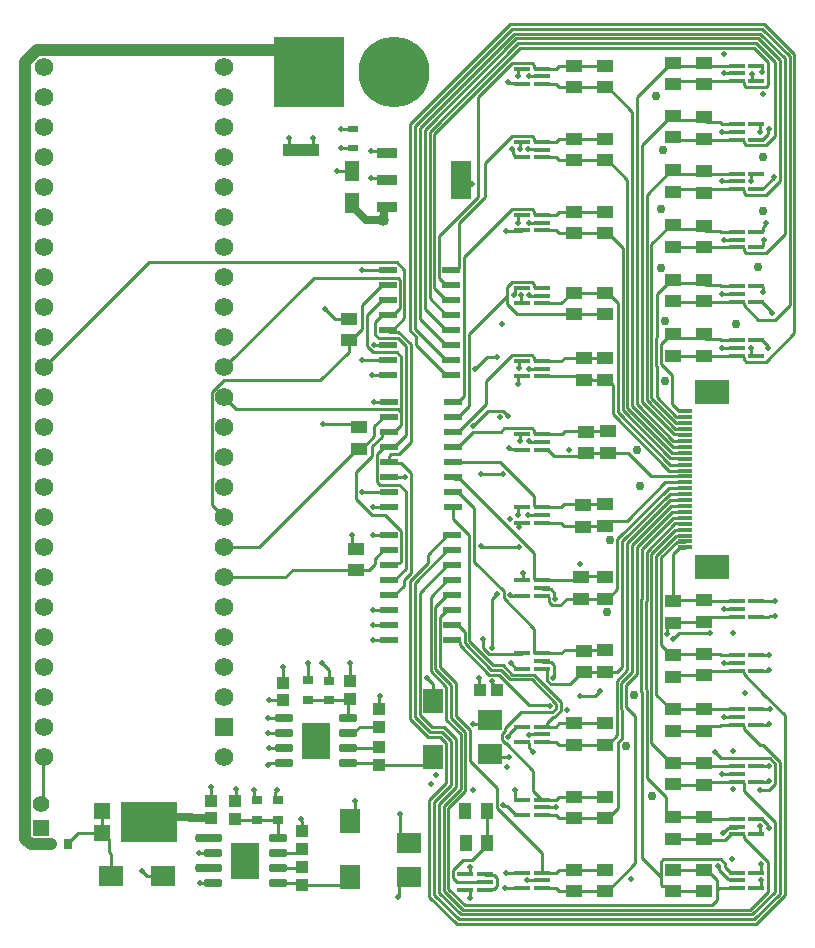
<source format=gbr>
G04*
G04 #@! TF.GenerationSoftware,Altium Limited,Altium Designer,23.5.1 (21)*
G04*
G04 Layer_Physical_Order=1*
G04 Layer_Color=255*
%FSLAX25Y25*%
%MOIN*%
G70*
G04*
G04 #@! TF.SameCoordinates,62E66B6F-0332-4FDC-AC1A-6E2C05ECB38F*
G04*
G04*
G04 #@! TF.FilePolarity,Positive*
G04*
G01*
G75*
%ADD13C,0.01000*%
%ADD16R,0.05800X0.04400*%
%ADD17R,0.05764X0.01624*%
%ADD18R,0.04921X0.01181*%
%ADD19R,0.11811X0.07874*%
%ADD20R,0.04400X0.05800*%
%ADD21R,0.05906X0.02362*%
G04:AMPARAMS|DCode=22|XSize=94.49mil|YSize=122.05mil|CornerRadius=1.89mil|HoleSize=0mil|Usage=FLASHONLY|Rotation=180.000|XOffset=0mil|YOffset=0mil|HoleType=Round|Shape=RoundedRectangle|*
%AMROUNDEDRECTD22*
21,1,0.09449,0.11827,0,0,180.0*
21,1,0.09071,0.12205,0,0,180.0*
1,1,0.00378,-0.04535,0.05913*
1,1,0.00378,0.04535,0.05913*
1,1,0.00378,0.04535,-0.05913*
1,1,0.00378,-0.04535,-0.05913*
%
%ADD22ROUNDEDRECTD22*%
G04:AMPARAMS|DCode=23|XSize=23.62mil|YSize=57.09mil|CornerRadius=2.01mil|HoleSize=0mil|Usage=FLASHONLY|Rotation=270.000|XOffset=0mil|YOffset=0mil|HoleType=Round|Shape=RoundedRectangle|*
%AMROUNDEDRECTD23*
21,1,0.02362,0.05307,0,0,270.0*
21,1,0.01961,0.05709,0,0,270.0*
1,1,0.00402,-0.02653,-0.00980*
1,1,0.00402,-0.02653,0.00980*
1,1,0.00402,0.02653,0.00980*
1,1,0.00402,0.02653,-0.00980*
%
%ADD23ROUNDEDRECTD23*%
%ADD24R,0.03543X0.02756*%
%ADD25R,0.03937X0.03937*%
%ADD26R,0.06693X0.08465*%
%ADD27R,0.06890X0.03740*%
%ADD28R,0.06890X0.12598*%
%ADD29R,0.02559X0.03543*%
%ADD30R,0.05512X0.05472*%
%ADD31R,0.19134X0.13228*%
%ADD32R,0.08268X0.07087*%
%ADD33R,0.05118X0.06693*%
%ADD34R,0.03701X0.02126*%
%ADD35R,0.03937X0.03937*%
%ADD36R,0.07890X0.06510*%
%ADD52C,0.06181*%
%ADD53R,0.06181X0.06181*%
%ADD54C,0.05472*%
%ADD55R,0.05472X0.05472*%
%ADD58C,0.02500*%
%ADD59C,0.04000*%
%ADD60C,0.23622*%
%ADD61R,0.23622X0.23622*%
%ADD62C,0.03000*%
%ADD63C,0.02000*%
%ADD64C,0.04000*%
D13*
X534100Y635518D02*
Y650100D01*
X533900Y635318D02*
X534100Y635518D01*
Y650100D02*
X538800Y654800D01*
X533900Y626082D02*
Y635318D01*
X510500Y597082D02*
X518000D01*
X524418D01*
X532064Y589435D02*
X542500D01*
X524418Y597082D02*
X532064Y589435D01*
X521185Y500463D02*
X522600Y501878D01*
X521185Y478748D02*
Y500463D01*
X522329Y511566D02*
Y520401D01*
Y511566D02*
X522600Y511295D01*
X522329Y520401D02*
X525759Y523832D01*
X517700Y475264D02*
X521185Y478748D01*
X522600Y501878D02*
Y511295D01*
X517700Y450900D02*
X527000Y460200D01*
X523929Y512229D02*
X527000Y509157D01*
Y460200D02*
Y509157D01*
X532300Y563468D02*
X540182Y571350D01*
X529100Y564939D02*
X539539Y575378D01*
X530729Y488616D02*
Y518042D01*
Y488616D02*
X537100Y482244D01*
X530700Y564131D02*
X540256Y573687D01*
X532329Y500171D02*
Y523488D01*
X529129Y461871D02*
Y517282D01*
Y461871D02*
X535500Y455500D01*
X532329Y500171D02*
X538800Y493700D01*
X532159Y523658D02*
Y546975D01*
X533759Y546312D02*
X533900Y546453D01*
X533759Y530798D02*
Y546312D01*
X532159Y546975D02*
X532300Y547115D01*
X529100Y548441D02*
Y564939D01*
X523929Y512229D02*
Y519738D01*
X520729Y521064D02*
X524159Y524495D01*
X530700Y547778D02*
Y564131D01*
X520729Y510903D02*
Y521064D01*
X521000Y502927D02*
Y510632D01*
X527359Y523169D02*
Y548963D01*
X506500Y475264D02*
X517700D01*
X501626D02*
X506500D01*
X501626Y450900D02*
X506500D01*
X520729Y510903D02*
X521000Y510632D01*
X524159Y524495D02*
Y550288D01*
X532300Y547115D02*
Y563468D01*
X528959Y517452D02*
Y548300D01*
X530559Y547637D02*
X530700Y547778D01*
X532159Y523658D02*
X532329Y523488D01*
X530559Y518211D02*
X530729Y518042D01*
X533900Y562806D02*
X540477Y569382D01*
X506500Y499627D02*
X517700D01*
X530559Y518211D02*
Y547637D01*
X525759Y523832D02*
Y549626D01*
X506500Y450900D02*
X517700D01*
X533929Y516471D02*
X538800Y511600D01*
X533900Y546453D02*
Y562806D01*
X523929Y519738D02*
X527359Y523169D01*
X517700Y499627D02*
X521000Y502927D01*
X501626Y499627D02*
X506500D01*
X528959Y548300D02*
X529100Y548441D01*
X533929Y516471D02*
Y530629D01*
X528959Y517452D02*
X529129Y517282D01*
X533759Y530798D02*
X533929Y530629D01*
X535500Y626744D02*
X539300Y622944D01*
Y613141D02*
X541539Y610902D01*
X539300Y613141D02*
Y622944D01*
X534100Y615604D02*
X540584Y609120D01*
X533900Y626082D02*
X534100Y625882D01*
Y615604D02*
Y625882D01*
X556000Y704000D02*
X560771D01*
X555765Y706559D02*
X560771D01*
X555024Y707300D02*
X555765Y706559D01*
X563153Y504847D02*
Y506070D01*
Y504847D02*
X568380Y499620D01*
X569612D01*
X562841Y506382D02*
X563153Y506070D01*
X569612Y499620D02*
X575200Y494033D01*
Y450137D02*
Y494033D01*
X555536Y506382D02*
X562841D01*
X554062Y448062D02*
Y451062D01*
X552400Y446400D02*
X554062Y448062D01*
X470063Y446400D02*
X552400D01*
X554941Y451941D02*
X560771D01*
X554062Y451062D02*
X554941Y451941D01*
X554062Y451062D02*
Y454738D01*
X535500Y452844D02*
Y455500D01*
Y460756D01*
X448500Y469427D02*
Y476500D01*
Y469427D02*
X450810Y467117D01*
X423000Y606500D02*
X434100D01*
X435000Y605600D01*
X448793Y560767D02*
Y571137D01*
X444740Y559500D02*
X445421Y560181D01*
X448207D02*
X448793Y560767D01*
X445421Y560181D02*
X448207D01*
X445107Y593763D02*
X448737D01*
X452200Y556997D02*
Y590300D01*
X444870Y594000D02*
X445107Y593763D01*
X448737D02*
X452200Y590300D01*
X439217Y595962D02*
Y599217D01*
X442417Y603319D02*
X443098Y604000D01*
X442417Y602417D02*
Y603319D01*
X439217Y599217D02*
X442417Y602417D01*
X443098Y604000D02*
X446642D01*
X437500Y632530D02*
Y642902D01*
X442598Y648000D01*
X437500Y632530D02*
X439397Y630633D01*
X432200Y634500D02*
X435900Y638200D01*
Y646302D01*
X442598Y653000D01*
X440317Y636363D02*
Y640719D01*
X442598Y643000D01*
X440317Y636363D02*
X441399Y635281D01*
X330000Y625500D02*
X365000Y660500D01*
X447560D02*
X450023Y658037D01*
X365000Y660500D02*
X447560D01*
X567181Y464789D02*
X571210Y460759D01*
X563153Y468708D02*
X567072Y464789D01*
X569000Y457371D02*
Y460000D01*
X567072Y464789D02*
X567181D01*
X568688Y457059D02*
X569000Y457371D01*
X567229Y457059D02*
X568688D01*
X563153Y468708D02*
Y469570D01*
X571210Y450673D02*
Y460759D01*
X489242Y457029D02*
X489271Y457059D01*
X484029Y457029D02*
X489242D01*
X484000Y457000D02*
X484029Y457029D01*
X483792Y500208D02*
X493000Y491000D01*
Y484151D02*
X495729Y481423D01*
X493000Y484151D02*
Y491000D01*
X495729Y481423D02*
X500585D01*
X483545Y504393D02*
Y505310D01*
X488736Y510500D01*
X482436Y503284D02*
X483545Y504393D01*
X484728Y502499D02*
Y503312D01*
X482437Y501439D02*
Y501563D01*
Y501439D02*
X483667Y500208D01*
X483792D01*
X482436Y501564D02*
Y503284D01*
Y501564D02*
X482437Y501563D01*
X484537Y502308D02*
X484728Y502499D01*
X489271Y500668D02*
X491341D01*
X491653Y500356D01*
Y498735D02*
Y500356D01*
X492809Y497309D02*
Y497579D01*
X491653Y498735D02*
X492809Y497579D01*
X478500Y496500D02*
X479500Y495500D01*
X485000D01*
X476193Y565500D02*
X487729D01*
X487962Y565733D02*
X488233D01*
X475392Y566030D02*
X475663D01*
X476193Y565500D01*
X487729D02*
X487962Y565733D01*
X466811Y588319D02*
X468681D01*
X466130Y589000D02*
X466811Y588319D01*
X493347Y554825D02*
Y563653D01*
X468681Y588319D02*
X493347Y563653D01*
X512400Y621445D02*
X517700D01*
X539096Y597032D02*
X543500D01*
X540584Y609120D02*
X542000D01*
X519400Y609939D02*
X538213Y591126D01*
X530700Y614479D02*
Y683100D01*
X527500Y613153D02*
X539594Y601060D01*
X532300Y666500D02*
X538800Y673000D01*
X519400Y609939D02*
Y619745D01*
X540541Y726059D02*
X560771D01*
X530700Y614479D02*
X540182Y604997D01*
X505800Y650409D02*
X517700D01*
X529100Y699700D02*
X538800Y709400D01*
X525900Y612491D02*
Y710700D01*
X501626Y718900D02*
X517700D01*
X524300Y611828D02*
Y687936D01*
X540182Y604997D02*
X543409D01*
X539391Y599000D02*
X543500D01*
X538507Y593095D02*
X543500D01*
X501626Y670173D02*
X517700D01*
X522700Y611165D02*
Y665173D01*
X530700Y683100D02*
X538800Y691200D01*
X538213Y591126D02*
X543500D01*
X521100Y610502D02*
Y647009D01*
X525900Y612491D02*
X539391Y599000D01*
X501626Y694536D02*
X517700D01*
X543409Y601060D02*
X543500Y600969D01*
X524300Y611828D02*
X539096Y597032D01*
X538523Y595341D02*
X542000D01*
X532300Y615141D02*
X540477Y606964D01*
X522700Y611165D02*
X538523Y595341D01*
X527500Y613153D02*
Y715800D01*
X540641Y690059D02*
X560771D01*
X529100Y613816D02*
X539701Y603215D01*
X543409Y604997D02*
X543500Y604906D01*
X543409Y606964D02*
X543500Y606874D01*
X539594Y601060D02*
X543409D01*
X527500Y715800D02*
X538800Y727100D01*
X521100Y610502D02*
X538507Y593095D01*
X540477Y606964D02*
X543409D01*
X532300Y615141D02*
Y666500D01*
X529100Y613816D02*
Y699700D01*
X539701Y603215D02*
X542500D01*
X384276Y476500D02*
X385500Y475276D01*
X556000Y490000D02*
X560771D01*
X553550Y497262D02*
X555592Y495220D01*
X550000Y486400D02*
X551041Y487441D01*
X562841D01*
X556059Y470191D02*
Y470419D01*
X557769Y472129D01*
X424900Y521100D02*
Y524600D01*
X422500Y527000D02*
X424900Y524600D01*
X435850Y658000D02*
X444370D01*
X567229Y670618D02*
X569299D01*
X569611Y670930D01*
Y672340D01*
X570500Y673229D01*
Y673500D01*
X567229Y665500D02*
X569299D01*
X569611Y665812D01*
X570000Y667729D02*
Y668000D01*
X569611Y665812D02*
Y667340D01*
X570000Y667729D01*
X567229Y706559D02*
X568188D01*
X568500Y706247D01*
Y704000D02*
Y706247D01*
X485509Y527139D02*
X485701Y526948D01*
X479150Y548150D02*
X481000Y550000D01*
X471653Y534265D02*
X479581Y526337D01*
X468453Y532939D02*
Y533819D01*
X478280Y529900D02*
X489021D01*
X470053Y533602D02*
Y537219D01*
X479581Y526337D02*
X482717D01*
X470053Y533602D02*
X478918Y524737D01*
X468453Y532939D02*
X478255Y523137D01*
X481391D01*
X471653Y534265D02*
Y569537D01*
X476055Y532125D02*
Y534845D01*
Y532125D02*
X478280Y529900D01*
X478918Y524737D02*
X482054D01*
X495729Y505786D02*
X500585D01*
X487000Y481735D02*
Y484500D01*
X487312Y481423D02*
X489271D01*
X487000Y481735D02*
X487312Y481423D01*
X495797Y478932D02*
X500432D01*
X500500Y479000D01*
X495729Y478864D02*
X495797Y478932D01*
X483000Y479500D02*
X483191Y479309D01*
X484197D02*
X487201Y476305D01*
X480800Y478730D02*
X495729Y463801D01*
X480800Y478730D02*
Y485444D01*
X483191Y479309D02*
X484197D01*
X495729Y457059D02*
Y463801D01*
X554500Y459384D02*
X554691Y459193D01*
X556880Y458881D02*
Y459974D01*
X535500Y460756D02*
X536228Y461484D01*
X554691Y457890D02*
Y459193D01*
X557769Y454812D02*
X560459D01*
X555370Y461484D02*
X556880Y459974D01*
X554691Y457890D02*
X557769Y454812D01*
X560459D02*
X560771Y454500D01*
X536228Y461484D02*
X555370D01*
X556880Y458881D02*
X558701Y457059D01*
X568812Y452253D02*
Y454647D01*
X567229Y451941D02*
X568500D01*
X568812Y452253D01*
X565337Y444800D02*
X571210Y450673D01*
X525759Y549626D02*
X525800Y549666D01*
X436000Y584000D02*
X444870D01*
X433900Y581630D02*
X439147Y576383D01*
X433900Y581630D02*
Y590644D01*
X439217Y595962D01*
X432500Y566600D02*
Y569500D01*
Y566600D02*
X434000Y565100D01*
X436000Y628000D02*
X444370D01*
X439350Y623000D02*
X444370D01*
X541550Y536868D02*
X551966D01*
X539500Y535000D02*
X539681D01*
X556400Y527000D02*
X560771D01*
X487987Y733550D02*
X567250D01*
X485999Y738350D02*
X569238D01*
X569901Y739950D02*
X580000Y729851D01*
X485336Y739950D02*
X569901D01*
X567913Y735150D02*
X575200Y727863D01*
X567250Y733550D02*
X573600Y727200D01*
X569238Y738350D02*
X578400Y729188D01*
X486662Y736750D02*
X568575D01*
X488650Y731950D02*
X566587D01*
X487325Y735150D02*
X567913D01*
X455177Y705265D02*
X486662Y736750D01*
X566587Y731950D02*
X571210Y727327D01*
X568575Y736750D02*
X576800Y728525D01*
X453577Y705928D02*
X485999Y738350D01*
X451977Y706591D02*
X485336Y739950D01*
X456777Y704602D02*
X487325Y735150D01*
X458377Y703940D02*
X487987Y733550D01*
X459977Y703277D02*
X488650Y731950D01*
X540259Y701441D02*
X562841D01*
X539800Y665500D02*
X562841D01*
X539518Y629382D02*
X562841D01*
X539659Y647441D02*
X562841D01*
X540541Y720941D02*
X562841D01*
X540441Y684941D02*
X562841D01*
X489243Y451970D02*
X489271Y451941D01*
X491653Y503181D02*
X495683D01*
X491607Y503135D02*
X491653Y503181D01*
X495683D02*
X495729Y503227D01*
X535500Y626744D02*
Y633300D01*
X541539Y565445D02*
X543409D01*
X404962Y503500D02*
X409772D01*
X539681Y535000D02*
X541550Y536868D01*
X477567Y628967D02*
X480924D01*
X555174Y653000D02*
X555615Y652559D01*
X329500Y495000D02*
X330000Y495500D01*
X329000Y480000D02*
X329500Y480500D01*
Y495000D01*
X455177Y641681D02*
Y705265D01*
X453723Y633135D02*
Y635873D01*
X459977Y651881D02*
Y703277D01*
X563891Y683029D02*
X570566D01*
X563153Y628208D02*
X563891Y627470D01*
X563153Y646267D02*
X568020Y641400D01*
X573370D01*
X580000Y636904D02*
Y729851D01*
X453577Y638281D02*
Y705928D01*
X451977Y637618D02*
X453723Y635873D01*
X453577Y638281D02*
X463858Y628000D01*
X458377Y648481D02*
Y703940D01*
X451977Y637618D02*
Y706591D01*
X569299Y684941D02*
X573100Y688742D01*
X570566Y663588D02*
X576800Y669822D01*
Y728525D01*
X570566Y699529D02*
X573600Y702563D01*
X573100Y688742D02*
Y688894D01*
X575200Y687663D02*
Y727863D01*
X571309Y704762D02*
X571500Y704954D01*
X569299Y701441D02*
X571309Y703451D01*
Y704762D01*
X578400Y646430D02*
Y729188D01*
X573600Y702563D02*
Y727200D01*
X563153Y719767D02*
X563891Y719029D01*
X570566D02*
X571210Y719673D01*
X568798Y726059D02*
X569110Y725747D01*
X563153Y719767D02*
Y720629D01*
X563891Y719029D02*
X570566D01*
X569110Y724000D02*
Y725747D01*
X571210Y719673D02*
Y727327D01*
X464228Y569500D02*
X466000D01*
X563153Y523267D02*
X569952Y516468D01*
X451854Y508435D02*
X457826Y502463D01*
X517700Y650409D02*
X521100Y647009D01*
X555362Y542376D02*
X555427Y542441D01*
X502335Y530150D02*
X503376Y531191D01*
X501626Y482464D02*
X517000D01*
X492450Y521520D02*
X500500Y513470D01*
Y511730D02*
Y513470D01*
X482717Y526337D02*
X485934Y523120D01*
X497594Y507098D02*
X499396Y508900D01*
X508500Y516000D02*
X513464D01*
X515029Y517565D02*
X515300D01*
X493113Y523120D02*
X502100Y514133D01*
Y511067D02*
Y514133D01*
X539435Y540676D02*
X550000D01*
X537459Y538700D02*
X539435Y540676D01*
X495729Y476305D02*
X500585D01*
X524200Y550329D02*
Y566827D01*
X525800Y566164D02*
X538951Y579315D01*
X524159Y550288D02*
X524200Y550329D01*
X535744Y452600D02*
X537800D01*
X500585Y451941D02*
X501626Y450900D01*
X527400Y565501D02*
X539246Y577347D01*
X537459Y536611D02*
Y538700D01*
X535359Y533041D02*
X538800Y529600D01*
X535359Y533041D02*
Y544293D01*
X535500Y544434D01*
X538800Y529600D02*
X539500D01*
X535500Y544434D02*
Y562143D01*
X540771Y567414D01*
X498814Y519900D02*
X505300D01*
X501626Y506827D02*
X517000D01*
X497584Y521130D02*
Y524720D01*
X495729Y525032D02*
X497272D01*
X497584Y524720D01*
X499684Y522000D02*
X499711Y522027D01*
Y526299D01*
X497584Y521130D02*
X498814Y519900D01*
X500585Y505786D02*
X501626Y506827D01*
X499933Y508900D02*
X502100Y511067D01*
X497594Y506098D02*
Y507098D01*
X488736Y510500D02*
X499270D01*
X505300Y519900D02*
X509300Y523900D01*
X485271Y521520D02*
X492450D01*
X481391Y523137D02*
X491528Y513000D01*
X550000Y540676D02*
X551700Y542376D01*
X555427Y542441D02*
X560771D01*
X479394Y519468D02*
Y520459D01*
X467772Y534500D02*
X468453Y533819D01*
X551700Y542376D02*
X555362D01*
X500585Y481423D02*
X501626Y482464D01*
X479086Y520766D02*
X479394Y520459D01*
X491528Y513000D02*
X497729D01*
X479394Y519468D02*
X480862Y518000D01*
X466000Y534500D02*
X467772D01*
X479086Y520766D02*
Y521037D01*
X497282Y505786D02*
X497594Y506098D01*
X556500Y723500D02*
X560771D01*
X567229Y701441D02*
X569299D01*
X563891Y699529D02*
X570566D01*
X567229Y652559D02*
X569088D01*
X569400Y650500D02*
Y652247D01*
X569088Y652559D02*
X569400Y652247D01*
X456777Y645081D02*
Y704602D01*
X570566Y627470D02*
X580000Y636904D01*
X563891Y663588D02*
X570566D01*
X567229Y647441D02*
X569299D01*
X572309Y643691D02*
X572500Y643500D01*
X569299Y647441D02*
X572309Y644431D01*
Y643691D02*
Y644431D01*
X571109Y632191D02*
X571300Y632000D01*
X569299Y634500D02*
X571109Y632690D01*
Y632191D02*
Y632690D01*
X565812Y629382D02*
X567229D01*
X565500Y629694D02*
X565812Y629382D01*
X565500Y629694D02*
Y632088D01*
X495729Y527591D02*
X496041Y527279D01*
X498731D01*
X499711Y526299D01*
X483100Y548630D02*
X493347Y538383D01*
X483100Y548630D02*
Y550870D01*
X493659Y530150D02*
X502335D01*
X473292Y560677D02*
Y578609D01*
X522559Y525720D02*
Y550951D01*
X524200Y566827D02*
X538657Y581284D01*
X495729Y500668D02*
X500585D01*
X527400Y549004D02*
Y565501D01*
X538800Y475600D02*
X550000D01*
X520830Y523991D02*
X522559Y525720D01*
X537800Y452600D02*
X539500Y450900D01*
X522600Y550992D02*
Y567490D01*
X522559Y550951D02*
X522600Y550992D01*
Y567490D02*
X538362Y583252D01*
X521000Y551654D02*
Y568152D01*
X504067Y548354D02*
X517700D01*
X527359Y548963D02*
X527400Y549004D01*
X510000Y523991D02*
X520830D01*
X540477Y569382D02*
X543500D01*
X521000Y568152D02*
X538069Y585221D01*
X539500Y529600D02*
X540000Y530100D01*
X556600Y545000D02*
X560771D01*
X499341Y546161D02*
X501873D01*
X504067Y548354D01*
X498110Y547391D02*
X499341Y546161D01*
X500019Y548452D02*
Y550354D01*
Y548452D02*
X500211Y548261D01*
X498110Y547391D02*
Y549084D01*
X498731Y551643D02*
X500019Y550354D01*
X497799Y549396D02*
X498110Y549084D01*
X496041Y551643D02*
X498731D01*
X571415Y547500D02*
X573500D01*
X571500Y542500D02*
X573500D01*
X567258Y547530D02*
X571385D01*
X567258Y542471D02*
X571470D01*
X571385Y547530D02*
X571415Y547500D01*
X571470Y542471D02*
X571500Y542500D01*
X506600Y554514D02*
X506846Y554759D01*
Y555900D02*
X516654D01*
X517000Y555554D01*
X472782Y603880D02*
X482059D01*
X497799Y598123D02*
X500021Y595900D01*
X509318D02*
X510500Y597082D01*
X500021Y595900D02*
X509318D01*
X495729Y598123D02*
X497799D01*
X487201Y476305D02*
X489271D01*
X484728Y503312D02*
X487201Y505786D01*
X488134Y573447D02*
X488446Y573759D01*
X567229Y529559D02*
X567258Y529529D01*
X473600Y625000D02*
X477567Y628967D01*
X480924D02*
X480957Y629000D01*
X479150Y532000D02*
Y548150D01*
X489021Y529900D02*
X489271Y530150D01*
X485701Y526533D02*
X487201Y525032D01*
X485701Y526533D02*
Y526948D01*
X473292Y560677D02*
X483100Y550870D01*
X485200Y549500D02*
X485252Y549448D01*
X489219D01*
X493347Y530462D02*
Y538383D01*
X503376Y531191D02*
X517000D01*
X489219Y549448D02*
X489271Y549396D01*
X473020Y605980D02*
X478000Y610961D01*
X482870D02*
X484575Y609255D01*
X478000Y610961D02*
X482870D01*
X484575Y609220D02*
Y609255D01*
X493659Y603241D02*
X502585D01*
X483331Y605153D02*
X492609D01*
X482059Y603880D02*
X483331Y605153D01*
X477258Y613357D02*
Y620841D01*
X485934Y629516D01*
X467902Y584000D02*
X473292Y578609D01*
X475600Y590000D02*
X483000D01*
X483425Y451999D02*
X483454Y451970D01*
X488134Y572366D02*
Y573447D01*
X484500Y720771D02*
X485018Y720253D01*
X493659Y578877D02*
X502085D01*
X493347Y579189D02*
Y582623D01*
X481970Y594000D02*
X493347Y582623D01*
X466130Y594000D02*
X481970D01*
X506846Y554759D02*
Y555900D01*
X493659Y554514D02*
X506600D01*
X573600Y486630D02*
Y493370D01*
X571470Y484500D02*
X573600Y486630D01*
X576800Y449475D02*
Y509670D01*
X568500Y484500D02*
X571470D01*
X467412Y440000D02*
X567325D01*
X551541Y524441D02*
X562841D01*
X459890Y449785D02*
X468075Y441600D01*
X551700Y506100D02*
X555254D01*
X555592Y495220D02*
X571750D01*
X573600Y493370D01*
X571470Y492529D02*
X571500Y492500D01*
X567229Y492559D02*
X567258Y492529D01*
X571470D01*
X568188Y469882D02*
X568500Y470194D01*
Y472500D01*
X567229Y469882D02*
X568188D01*
X571209Y472029D02*
Y473090D01*
X573500Y450700D02*
Y473978D01*
X569299Y475000D02*
X571209Y473090D01*
Y472029D02*
X571400Y471837D01*
X563153Y484325D02*
X573500Y473978D01*
X469900Y615998D02*
Y662210D01*
X467902Y614000D02*
X469900Y615998D01*
X467902Y609000D02*
X471500Y612598D01*
X484300Y652246D02*
X485934Y653880D01*
X469900Y662210D02*
X485934Y678244D01*
Y629516D02*
X492609D01*
X439500Y579000D02*
X444870D01*
X469000Y688000D02*
X470500Y686500D01*
X472400D01*
X461577Y655281D02*
Y669277D01*
X493659Y725059D02*
X500585D01*
X474500Y715537D02*
X485934Y726971D01*
X461577Y669277D02*
X474500Y682200D01*
X485004Y598504D02*
X485194Y598313D01*
X489081D01*
X489271Y598123D01*
X495655Y600755D02*
X495729Y600682D01*
X491500Y600829D02*
X491573Y600755D01*
X495655D01*
X491523Y625023D02*
X495706D01*
X491500Y625000D02*
X491523Y625023D01*
X567258Y529529D02*
X571470D01*
X476883Y506500D02*
X478500Y508117D01*
X467772Y539500D02*
X470053Y537219D01*
X472000Y456871D02*
Y459000D01*
X470271Y456559D02*
X471688D01*
X472000Y448500D02*
Y451129D01*
X471688Y451441D02*
X472000Y451129D01*
X471688Y456559D02*
X472000Y456871D01*
X470271Y451441D02*
X471688D01*
X488912Y700695D02*
X489271D01*
X488600Y700383D02*
X488912Y700695D01*
X486191Y696587D02*
Y698092D01*
X486000Y698283D02*
X486191Y698092D01*
X488600Y698283D02*
Y700383D01*
X486191Y696587D02*
X487201Y695577D01*
X495729Y722500D02*
X495729Y722500D01*
X491500Y722500D02*
X491500Y722500D01*
X495729D01*
X488312Y725059D02*
X489271D01*
X488000Y722500D02*
Y724747D01*
X488312Y725059D01*
X488446Y573759D02*
X489271D01*
X484462Y671107D02*
X489164D01*
X417500Y526600D02*
X418000Y526100D01*
X468083Y658681D02*
Y673520D01*
X493659Y700695D02*
X500585D01*
X491307Y698210D02*
X495655D01*
X491233Y698283D02*
X491307Y698210D01*
X426800Y641700D02*
X431500D01*
X423500Y645000D02*
X426800Y641700D01*
X566000Y721253D02*
Y723330D01*
X500585Y725059D02*
X501626Y726100D01*
X488959Y720253D02*
X489271Y719941D01*
X492609Y726971D02*
X493347Y726233D01*
X485934Y726971D02*
X492609D01*
X474500Y682200D02*
Y715537D01*
X424900Y521100D02*
X425000Y521000D01*
X483454Y451970D02*
X489243D01*
X485018Y720253D02*
X488959D01*
X432000Y520862D02*
Y527000D01*
X444870Y589000D02*
X450100D01*
X450810Y467117D02*
X451500D01*
X440214Y559974D02*
Y561745D01*
X390000Y555500D02*
X410301D01*
X438140Y557900D02*
X440214Y559974D01*
X412701Y557900D02*
X438140D01*
X400878Y481256D02*
X401000D01*
X400000Y482134D02*
X400878Y481256D01*
X400000Y482134D02*
Y484500D01*
X365000Y474000D02*
X367500Y476500D01*
X567229Y684941D02*
X569299D01*
X459500Y514449D02*
Y520000D01*
X457500Y522000D02*
X459500Y520000D01*
X502585Y603241D02*
X503626Y604282D01*
X517000D01*
X539500Y458100D02*
X550700D01*
X465547Y508721D02*
X470346Y503921D01*
X464689Y451773D02*
X470063Y446400D01*
X550700Y458100D02*
X554062Y454738D01*
X560742Y508970D02*
X560771Y508941D01*
X556530Y508970D02*
X560742D01*
X556500Y509000D02*
X556530Y508970D01*
X555254Y506100D02*
X555536Y506382D01*
X385500Y481000D02*
Y485500D01*
X393500Y480862D02*
X394000Y481362D01*
Y485000D01*
X432000Y474449D02*
X433500Y475949D01*
Y481000D01*
X468747Y484865D02*
Y503258D01*
X566000Y443200D02*
X573500Y450700D01*
X465547Y508721D02*
Y519800D01*
X468737Y443200D02*
X566000D01*
X566663Y441600D02*
X575200Y450137D01*
X458289Y449122D02*
X467412Y440000D01*
X458747Y524336D02*
Y549019D01*
X468075Y441600D02*
X566663D01*
X567325Y440000D02*
X576800Y449475D01*
X463090Y451111D02*
X469400Y444800D01*
X475000Y518138D02*
Y522000D01*
X491000Y454500D02*
X495729D01*
X450810Y455500D02*
X451500D01*
X448055Y452745D02*
X450810Y455500D01*
X448055Y449055D02*
Y452745D01*
X448000Y449000D02*
X448055Y449055D01*
X364028Y456000D02*
X369661D01*
X362528Y457500D02*
X364028Y456000D01*
X362500Y457500D02*
X362528D01*
X381500Y463500D02*
X386272D01*
X382000Y453500D02*
X386272D01*
X416000Y470862D02*
Y474229D01*
X415500Y474729D02*
X416000Y474229D01*
X415500Y474729D02*
Y475000D01*
X407893Y481256D02*
X408000D01*
X407015Y482134D02*
X407893Y481256D01*
X407015Y482134D02*
Y484015D01*
X487201Y505786D02*
X489271D01*
X550000Y522900D02*
X551541Y524441D01*
X473462Y506500D02*
X476883D01*
X571470Y529529D02*
X571500Y529500D01*
X563153Y628208D02*
Y629070D01*
X563891Y627470D02*
X570566D01*
X566312Y720941D02*
X567229D01*
X566000Y721253D02*
X566312Y720941D01*
X467146Y509384D02*
Y520462D01*
X495729Y457059D02*
X500585D01*
X467146Y509384D02*
X471946Y504584D01*
X475000Y518138D02*
X475138Y518000D01*
X558701Y457059D02*
X560771D01*
X441500Y511500D02*
Y515500D01*
X409362Y514500D02*
X409500Y514638D01*
X405000Y514500D02*
X409362D01*
X404500Y508500D02*
X409772D01*
X418000Y521256D02*
Y526100D01*
X405000Y498500D02*
X409772D01*
X405000Y493500D02*
X409772D01*
X409500Y520362D02*
Y525500D01*
X439500Y544500D02*
X444740D01*
X439500Y539500D02*
X444740D01*
X439500Y534500D02*
X444740D01*
X439500Y569500D02*
X444740D01*
X440000Y614000D02*
X444870D01*
X443546Y576383D02*
X448793Y571137D01*
X440000Y633000D02*
X444370D01*
X429000Y705000D02*
X433000D01*
X432900Y698600D02*
X433000Y698701D01*
X429100Y698600D02*
X432900D01*
X429000Y698500D02*
X429100Y698600D01*
X432315Y691000D02*
X432500Y690815D01*
X427500Y691000D02*
X432315D01*
X443752Y697500D02*
X444197Y697055D01*
X439000Y697500D02*
X443752D01*
X443697Y688500D02*
X444197Y688000D01*
X439000Y688500D02*
X443697D01*
X411500Y698000D02*
Y702000D01*
X419500Y698000D02*
Y702000D01*
X487201Y695577D02*
X489271D01*
X495655Y698210D02*
X495729Y698136D01*
X477008Y682446D02*
Y693682D01*
X489164Y671107D02*
X489271Y671214D01*
X488312Y676332D02*
X489271D01*
X488000Y676020D02*
X488312Y676332D01*
X488000Y673626D02*
Y676020D01*
X495655Y673699D02*
X495729Y673773D01*
X491573Y673699D02*
X495655D01*
X491500Y673626D02*
X491573Y673699D01*
X485934Y678244D02*
X492609D01*
X493347Y677505D01*
X493659Y676332D02*
X500585D01*
X487201Y651968D02*
X489271D01*
X486890Y651656D02*
X487201Y651968D01*
X486890Y650260D02*
Y651656D01*
X486400Y649771D02*
X486890Y650260D01*
X486400Y649500D02*
Y649771D01*
X489000Y647121D02*
X489271Y646850D01*
X489000Y647121D02*
Y649500D01*
X495683Y649454D02*
X495729Y649409D01*
X491645Y649454D02*
X495683D01*
X491600Y649500D02*
X491645Y649454D01*
X484300Y649400D02*
Y652246D01*
X487663Y643209D02*
X517000D01*
X484300Y646572D02*
Y652246D01*
X471500Y612598D02*
Y636600D01*
X495706Y625023D02*
X495729Y625045D01*
X488650Y627604D02*
X489271D01*
X488338Y627292D02*
X488650Y627604D01*
X488338Y625334D02*
Y627292D01*
X488312Y622486D02*
X489271D01*
X488000Y622174D02*
X488312Y622486D01*
X488000Y620000D02*
Y622174D01*
X488871Y603241D02*
X489271D01*
X488559Y602929D02*
X488871Y603241D01*
X488559Y600988D02*
Y602929D01*
X488149Y578877D02*
X489271D01*
X487838Y578565D02*
X488149Y578877D01*
X487838Y576334D02*
Y578565D01*
X495655Y576245D02*
X495729Y576318D01*
X491229Y576245D02*
X495655D01*
X491156Y576171D02*
X491229Y576245D01*
X489271Y554514D02*
X489500Y554742D01*
Y557000D01*
X495729Y551955D02*
X496041Y551643D01*
X509300Y523900D02*
X510000D01*
X487201Y525032D02*
X489271D01*
X560459Y472129D02*
X560771Y472441D01*
X557769Y472129D02*
X560459D01*
X550309Y468091D02*
X556928D01*
X550000Y468400D02*
X550309Y468091D01*
X558701Y469882D02*
X560771D01*
X558390Y469570D02*
X558701Y469882D01*
X558390Y469552D02*
Y469570D01*
X556928Y468091D02*
X558390Y469552D01*
X567229Y475000D02*
X569299D01*
X567229Y487441D02*
X567258Y487470D01*
X571470D01*
X571500Y487500D01*
X567229Y506382D02*
X567288Y506441D01*
X571441D01*
X571500Y506500D01*
X567229Y511500D02*
X572000D01*
X461723Y502463D02*
X463946Y500239D01*
X563153Y523267D02*
Y524129D01*
X567229Y524441D02*
X567258Y524471D01*
X571385D01*
X571415Y524500D01*
X457700Y560235D02*
Y562972D01*
X567229Y542441D02*
X567258Y542471D01*
X567229Y547559D02*
X567258Y547530D01*
X560742Y631971D02*
X560771Y631941D01*
X556030Y631971D02*
X560742D01*
X556000Y632000D02*
X556030Y631971D01*
X567229Y634500D02*
X569299D01*
X556000Y650000D02*
X560771D01*
X562841Y647441D02*
X563153Y647129D01*
X560742Y668029D02*
X560771Y668059D01*
X556530Y668029D02*
X560742D01*
X556500Y668000D02*
X556530Y668029D01*
X565812Y690059D02*
X567229D01*
X565500Y689747D02*
X565812Y690059D01*
X565500Y687500D02*
Y689747D01*
X556000Y687500D02*
X560771D01*
X567229Y726059D02*
X568798D01*
X471500Y636600D02*
X484300Y649400D01*
X462386Y504063D02*
X465547Y500902D01*
X451854Y508435D02*
Y554388D01*
X457700Y562972D02*
X464228Y569500D01*
X570001Y516468D02*
X576800Y509670D01*
X449696Y554494D02*
X452200Y556997D01*
X469400Y444800D02*
X565337D01*
X458489Y504063D02*
X462386D01*
X464689Y478545D02*
X470346Y484202D01*
X458289Y481196D02*
X463946Y486853D01*
Y500239D01*
X457826Y502463D02*
X461723D01*
X569952Y516468D02*
X570001D01*
X455054Y509761D02*
X459152Y505663D01*
X453453Y509098D02*
X458489Y504063D01*
X455054Y509761D02*
Y550325D01*
X461489Y479871D02*
X467146Y485528D01*
X463090Y479208D02*
X468747Y484865D01*
X459890Y480533D02*
X465547Y486190D01*
X467146Y485528D02*
Y501565D01*
X463048Y505663D02*
X467146Y501565D01*
X458289Y449122D02*
Y481196D01*
X453453Y509098D02*
Y553725D01*
X463946Y508058D02*
Y519137D01*
X459152Y505663D02*
X463048D01*
X465547Y486190D02*
Y500902D01*
X562841Y524441D02*
X563153Y524129D01*
X453453Y553725D02*
X464228Y564500D01*
X459890Y449785D02*
Y480533D01*
X464228Y564500D02*
X466000D01*
X463946Y508058D02*
X468747Y503258D01*
X461489Y450448D02*
Y479871D01*
X464228Y559500D02*
X466000D01*
X455054Y550325D02*
X464228Y559500D01*
X464689Y451773D02*
Y478545D01*
X463090Y451111D02*
Y479208D01*
X458747Y524336D02*
X463946Y519137D01*
X460347Y524999D02*
X465547Y519800D01*
X460347Y524999D02*
Y545619D01*
X471946Y494298D02*
Y504584D01*
X500585Y457059D02*
X501626Y458100D01*
X563153Y484325D02*
Y487129D01*
X562841Y487441D02*
X563153Y487129D01*
X561647Y469882D02*
X562841D01*
X563153Y469570D01*
X458747Y549019D02*
X464228Y554500D01*
X466000D01*
X466290Y455292D02*
Y457827D01*
Y455292D02*
X467581Y454000D01*
X477600Y466300D02*
Y467000D01*
X470346Y484202D02*
Y503921D01*
X461947Y542219D02*
X464228Y544500D01*
X460347Y545619D02*
X464228Y549500D01*
X501626Y458100D02*
X517000D01*
X464228Y549500D02*
X466000D01*
X562841Y629382D02*
X563153Y629070D01*
X573370Y641400D02*
X578400Y646430D01*
X463858Y623000D02*
X465630D01*
X453723Y633135D02*
X463858Y623000D01*
Y628000D02*
X465630D01*
X450023Y641881D02*
Y658037D01*
X446142Y638000D02*
X450023Y641881D01*
X458377Y648481D02*
X463858Y643000D01*
X456777Y645081D02*
X463858Y638000D01*
X455177Y641681D02*
X463858Y633000D01*
X563153Y646267D02*
Y647129D01*
X459977Y651881D02*
X463858Y648000D01*
X461577Y655281D02*
X463858Y653000D01*
X562841Y665500D02*
X563153Y665188D01*
Y664326D02*
Y665188D01*
Y664326D02*
X563891Y663588D01*
X463858Y633000D02*
X465630D01*
X570566Y683029D02*
X575200Y687663D01*
X563153Y683767D02*
Y684629D01*
X562841Y684941D02*
X563153Y684629D01*
Y683767D02*
X563891Y683029D01*
X463858Y638000D02*
X465630D01*
X563153Y700267D02*
X563891Y699529D01*
X563153Y700267D02*
Y701129D01*
X562841Y701441D02*
X563153Y701129D01*
X463858Y643000D02*
X465630D01*
X463858Y648000D02*
X465630D01*
X562841Y720941D02*
X563153Y720629D01*
X439147Y576383D02*
X443546D01*
X440817Y596719D02*
X443098Y599000D01*
X439397Y630633D02*
X447426D01*
X450393Y558381D02*
Y584167D01*
X419781Y655281D02*
X447779D01*
X444740Y549500D02*
X446512D01*
Y554500D02*
X450393Y558381D01*
X447779Y635281D02*
X450523Y632537D01*
X442598Y643000D02*
X446142D01*
X440817Y587363D02*
X441899Y586281D01*
X443098Y599000D02*
X446642D01*
X444740Y554500D02*
X446512D01*
X447426Y630633D02*
X448923Y629137D01*
X439909Y605810D02*
X443098Y609000D01*
X434300Y598400D02*
X435700D01*
X444870Y594000D02*
Y596133D01*
X445456Y596719D01*
X448279D01*
X452123Y600563D01*
Y633200D01*
X445051Y637319D02*
X448003D01*
X444370Y638000D02*
X445051Y637319D01*
X448003D02*
X452123Y633200D01*
X448923Y611038D02*
Y629137D01*
X446642Y604000D02*
X448923Y606281D01*
X450523Y602881D02*
Y632537D01*
X446642Y599000D02*
X450523Y602881D01*
X448923Y606281D02*
Y610637D01*
X385809Y579691D02*
Y617236D01*
X441399Y635281D02*
X447779D01*
X448722Y610837D02*
X448923Y611038D01*
X441899Y586281D02*
X448279D01*
X447841Y611719D02*
X448923Y610637D01*
X442598Y648000D02*
X444370D01*
X464228Y544500D02*
X466000D01*
X538951Y579315D02*
X543500D01*
X538657Y581284D02*
X543500D01*
X538069Y585221D02*
X543500D01*
X539246Y577347D02*
X543500D01*
X538362Y583252D02*
X543500D01*
X461947Y525661D02*
Y542219D01*
X535500Y452844D02*
X535744Y452600D01*
X539539Y575378D02*
X543500D01*
X524084Y574418D02*
X536855Y587189D01*
X517000Y572718D02*
X518700Y574418D01*
X503126Y572718D02*
X517000D01*
X500585Y476305D02*
X501626Y475264D01*
X543409Y565445D02*
X543500Y565536D01*
X538800Y511600D02*
X550000D01*
X539500Y547600D02*
Y563406D01*
X517700Y548354D02*
X521000Y551654D01*
X518700Y574418D02*
X524084D01*
X495729Y622486D02*
X511459D01*
X517700Y621445D02*
X519400Y619745D01*
X511459Y622386D02*
Y622486D01*
X495729Y719941D02*
X500585D01*
X538800Y673000D02*
X539500D01*
X550800Y707300D02*
X555024D01*
X535500Y633300D02*
X538800Y636600D01*
X555636Y670618D02*
X560771D01*
X495729Y646850D02*
X502241D01*
X505800Y650409D01*
X517700Y670173D02*
X522700Y665173D01*
X500585Y671214D02*
X501626Y670173D01*
X550400Y634900D02*
X555195D01*
X540800Y635300D02*
X550000D01*
X543409Y610902D02*
X543500Y610811D01*
X550000Y635300D02*
X550400Y634900D01*
X517700Y694536D02*
X524300Y687936D01*
X517700Y718900D02*
X525900Y710700D01*
X466130Y575060D02*
X471653Y569537D01*
X461947Y525661D02*
X467146Y520462D01*
X537100Y477300D02*
X538800Y475600D01*
X537100Y477300D02*
Y482244D01*
X540256Y573687D02*
X541500D01*
X540182Y571350D02*
X543409D01*
X543500Y571441D01*
X538800Y493700D02*
X539500D01*
X543409Y567414D02*
X543500Y567504D01*
X540771Y567414D02*
X543409D01*
X539500Y563406D02*
X541539Y565445D01*
X540800Y653500D02*
X550000D01*
X541539Y610902D02*
X543409D01*
X555595Y634500D02*
X560771D01*
X550000Y653500D02*
X550500Y653000D01*
X555615Y652559D02*
X560771D01*
X555154Y671100D02*
X555636Y670618D01*
X540800Y671700D02*
X550000D01*
X550600Y671100D01*
X538800Y691200D02*
X539500D01*
X550000Y708100D02*
X550800Y707300D01*
X540800Y708100D02*
X550000D01*
X538800Y727100D02*
X539500D01*
X466000Y539500D02*
X467772D01*
X466130Y575060D02*
Y579000D01*
X493347Y530462D02*
X493659Y530150D01*
X466130Y584000D02*
X467902D01*
X493347Y554825D02*
X493659Y554514D01*
X493347Y579189D02*
X493659Y578877D01*
X466130Y599000D02*
X467902D01*
X492609Y605153D02*
X493347Y604415D01*
Y603553D02*
Y604415D01*
Y603553D02*
X493659Y603241D01*
X492609Y629516D02*
X493347Y628778D01*
Y627916D02*
X493659Y627604D01*
X503376Y628645D02*
X517000D01*
X493347Y627916D02*
Y628778D01*
X466130Y604000D02*
X467902D01*
X493347Y652280D02*
Y653142D01*
X466130Y609000D02*
X467902D01*
X485934Y653880D02*
X492609D01*
X493347Y652280D02*
X493659Y651968D01*
X492609Y653880D02*
X493347Y653142D01*
X493659Y651968D02*
X495729D01*
X493347Y676644D02*
X493659Y676332D01*
X493347Y676644D02*
Y677505D01*
X466130Y614000D02*
X467902D01*
X463858Y653000D02*
X465630D01*
X493347Y725371D02*
X493659Y725059D01*
X493347Y725371D02*
Y726233D01*
X465630Y658000D02*
X467402D01*
X468083Y658681D01*
X485934Y702607D02*
X492609D01*
X493347Y701869D01*
Y701007D02*
Y701869D01*
X500585Y700695D02*
X501626Y701736D01*
X493347Y701007D02*
X493659Y700695D01*
X476729Y456559D02*
X477041Y456247D01*
X479731D01*
X480711Y455268D01*
Y452732D02*
Y455268D01*
X476729Y451441D02*
X477041Y451753D01*
X479731D01*
X480711Y452732D01*
X472513Y461213D02*
X477600Y466300D01*
X467581Y454000D02*
X476729D01*
X469676Y461213D02*
X472513D01*
X466290Y457827D02*
X469676Y461213D01*
X477500Y467100D02*
Y477500D01*
Y467100D02*
X477600Y467000D01*
X424872Y514616D02*
X425000Y514488D01*
X418128Y514616D02*
X424872D01*
X418000Y514744D02*
X418128Y514616D01*
X431350Y514488D02*
X432000Y515138D01*
X425000Y514488D02*
X431350D01*
X431228Y508500D02*
Y514366D01*
X435177Y505776D02*
X441500D01*
X432902Y503500D02*
X435177Y505776D01*
X431228Y503500D02*
X432902D01*
X441138Y498500D02*
X441500Y498862D01*
X431228Y498500D02*
X441138D01*
X441138Y493500D02*
X441500Y493138D01*
X431228Y493500D02*
X441138D01*
X457087Y493138D02*
X459500Y495551D01*
X441500Y493138D02*
X457087D01*
X431500Y634500D02*
X432200D01*
X390000Y615500D02*
X393781Y611719D01*
X447841D01*
X431500Y630800D02*
Y634500D01*
X422010Y621310D02*
X431500Y630800D01*
X389883Y621310D02*
X422010D01*
X447779Y655281D02*
X448423Y654637D01*
X448279Y586281D02*
X450393Y584167D01*
X448423Y645281D02*
Y654637D01*
X446512Y549500D02*
X449696Y552685D01*
X390000Y625500D02*
X419781Y655281D01*
X446142Y643000D02*
X448423Y645281D01*
X440817Y587363D02*
Y596719D01*
X449696Y552685D02*
Y554494D01*
X444370Y638000D02*
X446142D01*
X385809Y579691D02*
X390000Y575500D01*
X385809Y617236D02*
X389883Y621310D01*
X439909Y602609D02*
Y605810D01*
X401400Y565500D02*
X434300Y598400D01*
X390000Y565500D02*
X401400D01*
X440214Y561745D02*
X442969Y564500D01*
X410301Y555500D02*
X412701Y557900D01*
X442969Y564500D02*
X444740D01*
X443098Y609000D02*
X444870D01*
X435700Y598400D02*
X439909Y602609D01*
X442598Y653000D02*
X444370D01*
X337854Y466500D02*
Y466992D01*
X351579Y463972D02*
Y468142D01*
X349342Y470378D02*
X351579Y468142D01*
X341240Y470378D02*
X349323D01*
X337854Y466992D02*
X341240Y470378D01*
X349323D02*
Y477622D01*
X352339Y456000D02*
Y463213D01*
X351579Y463972D02*
X352339Y463213D01*
X349323Y470378D02*
X349342D01*
X393894Y474744D02*
X401000D01*
X393500Y475138D02*
X393894Y474744D01*
X401000Y474744D02*
X408000D01*
X401000Y474744D02*
X401000Y474744D01*
X407728Y468500D02*
Y474473D01*
X408000Y474744D01*
X407728Y463500D02*
X414362D01*
X416000Y465138D01*
X407728Y458500D02*
X415638D01*
X416000Y458862D01*
Y453138D02*
X429587D01*
X432000Y455551D01*
X407728Y453500D02*
X415638D01*
X416000Y453138D01*
X500585Y719941D02*
X501626Y718900D01*
X495729Y695577D02*
X500585D01*
X501626Y694536D01*
X495729Y671214D02*
X500585D01*
X484300Y646572D02*
X487663Y643209D01*
X511459Y622386D02*
X512400Y621445D01*
X495729Y573759D02*
X502085D01*
X503126Y572718D01*
X536855Y587189D02*
X543500D01*
X495729Y549396D02*
X497799D01*
X500585Y500668D02*
X501626Y499627D01*
X525800Y549666D02*
Y566164D01*
X495729Y451941D02*
X500585D01*
X471946Y494298D02*
X480800Y485444D01*
X499270Y510500D02*
X500500Y511730D01*
X482054Y524737D02*
X485271Y521520D01*
X485934Y523120D02*
X493113D01*
X499396Y508900D02*
X499933D01*
X502085Y578877D02*
X503126Y579918D01*
X517000D01*
X467902Y599000D02*
X472782Y603880D01*
X467902Y604000D02*
X477258Y613357D01*
X502335Y627604D02*
X503376Y628645D01*
X493659Y627604D02*
X502335D01*
X500585Y676332D02*
X501626Y677373D01*
X517000D01*
X468083Y673520D02*
X477008Y682446D01*
X501626Y701736D02*
X517000D01*
X477008Y693682D02*
X485934Y702607D01*
X501626Y726100D02*
X517000D01*
X539776Y547876D02*
X550000D01*
X539500Y547600D02*
X539776Y547876D01*
X550317Y547559D02*
X560771D01*
X550000Y547876D02*
X550317Y547559D01*
X555665Y529559D02*
X560771D01*
X555124Y530100D02*
X555665Y529559D01*
X540000Y530100D02*
X555124D01*
X550100Y511500D02*
X560771D01*
X550000Y511600D02*
X550100Y511500D01*
X539600Y493600D02*
X550000D01*
X539500Y493700D02*
X539600Y493600D01*
X551041Y492559D02*
X560771D01*
X550000Y493600D02*
X551041Y492559D01*
X550600Y475000D02*
X560771D01*
X550000Y475600D02*
X550600Y475000D01*
X539500Y450900D02*
X550000D01*
X539500Y468400D02*
X550000D01*
X539600Y486400D02*
X550000D01*
X539500Y486500D02*
X539600Y486400D01*
X461489Y450448D02*
X468737Y443200D01*
X539500Y504400D02*
X550000D01*
X551700Y506100D01*
X540000Y522900D02*
X550000D01*
X539500Y522400D02*
X540000Y522900D01*
X451854Y554388D02*
X457700Y560235D01*
X513464Y516000D02*
X515029Y517565D01*
X539500Y629400D02*
X539518Y629382D01*
X538800Y636600D02*
X539500D01*
X555195Y634900D02*
X555595Y634500D01*
X539500Y636600D02*
X540800Y635300D01*
X539500Y647600D02*
X539659Y647441D01*
X550500Y653000D02*
X555174D01*
X538800Y654800D02*
X539500D01*
X540800Y653500D01*
X539500Y665800D02*
X539800Y665500D01*
X539500Y673000D02*
X540800Y671700D01*
X550600Y671100D02*
X555154D01*
X539500Y684000D02*
X540441Y684941D01*
X539500Y702200D02*
X540259Y701441D01*
X539500Y691200D02*
X540641Y690059D01*
X538800Y709400D02*
X539500D01*
X540800Y708100D01*
X539500Y719900D02*
X540541Y720941D01*
X539500Y727100D02*
X540541Y726059D01*
D16*
X539500Y654800D02*
D03*
Y647600D02*
D03*
Y691200D02*
D03*
Y684000D02*
D03*
X517000Y694536D02*
D03*
Y701736D02*
D03*
X518000Y597000D02*
D03*
Y604200D02*
D03*
X517000Y499627D02*
D03*
Y506827D02*
D03*
X539500Y475600D02*
D03*
Y468400D02*
D03*
Y547600D02*
D03*
Y540400D02*
D03*
Y727100D02*
D03*
Y719900D02*
D03*
X517000Y650409D02*
D03*
Y643209D02*
D03*
Y548354D02*
D03*
Y555554D02*
D03*
Y450900D02*
D03*
Y458100D02*
D03*
X539500Y511600D02*
D03*
Y504400D02*
D03*
X431500Y634500D02*
D03*
Y641700D02*
D03*
X435000Y598400D02*
D03*
Y605600D02*
D03*
X539500Y709400D02*
D03*
Y702200D02*
D03*
X517000Y670173D02*
D03*
Y677373D02*
D03*
X539500Y636600D02*
D03*
Y629400D02*
D03*
X517000Y572718D02*
D03*
Y579918D02*
D03*
Y475264D02*
D03*
Y482464D02*
D03*
X539500Y493700D02*
D03*
Y486500D02*
D03*
X434000Y557900D02*
D03*
Y565100D02*
D03*
X517000Y718900D02*
D03*
Y726100D02*
D03*
Y621445D02*
D03*
Y628645D02*
D03*
X539500Y673000D02*
D03*
Y665800D02*
D03*
X517000Y523991D02*
D03*
Y531191D02*
D03*
X539500Y450900D02*
D03*
Y458100D02*
D03*
Y529600D02*
D03*
Y522400D02*
D03*
X550000Y690900D02*
D03*
Y683700D02*
D03*
X506500Y694536D02*
D03*
Y701736D02*
D03*
X510500Y596900D02*
D03*
Y604100D02*
D03*
X506500Y499627D02*
D03*
Y506827D02*
D03*
X550000Y475600D02*
D03*
Y468400D02*
D03*
Y547876D02*
D03*
Y540676D02*
D03*
Y654700D02*
D03*
Y647500D02*
D03*
Y727100D02*
D03*
Y719900D02*
D03*
X506500Y650409D02*
D03*
Y643209D02*
D03*
X509000Y548400D02*
D03*
Y555600D02*
D03*
X506500Y450900D02*
D03*
Y458100D02*
D03*
X550000Y511600D02*
D03*
Y504400D02*
D03*
Y709000D02*
D03*
Y701800D02*
D03*
X506500Y670173D02*
D03*
Y677373D02*
D03*
X550000Y636600D02*
D03*
Y629400D02*
D03*
X509500Y572400D02*
D03*
Y579600D02*
D03*
X506500Y475264D02*
D03*
Y482464D02*
D03*
X550000Y493600D02*
D03*
Y486400D02*
D03*
X506500Y718900D02*
D03*
Y726100D02*
D03*
X510000Y621400D02*
D03*
Y628600D02*
D03*
X550000Y672800D02*
D03*
Y665600D02*
D03*
X510000Y523900D02*
D03*
Y531100D02*
D03*
X550000Y450900D02*
D03*
Y458100D02*
D03*
Y530100D02*
D03*
Y522900D02*
D03*
D17*
X567229Y457059D02*
D03*
Y451941D02*
D03*
X560771D02*
D03*
Y454500D02*
D03*
Y457059D02*
D03*
X489271Y451941D02*
D03*
Y457059D02*
D03*
X495729D02*
D03*
Y454500D02*
D03*
Y451941D02*
D03*
X567229Y547559D02*
D03*
Y542441D02*
D03*
X560771D02*
D03*
Y545000D02*
D03*
Y547559D02*
D03*
X567229Y690059D02*
D03*
Y684941D02*
D03*
X560771D02*
D03*
Y687500D02*
D03*
Y690059D02*
D03*
X489271Y695577D02*
D03*
Y700695D02*
D03*
X495729D02*
D03*
Y698136D02*
D03*
Y695577D02*
D03*
X489271Y598123D02*
D03*
Y603241D02*
D03*
X495729D02*
D03*
Y600682D02*
D03*
Y598123D02*
D03*
X489271Y500668D02*
D03*
Y505786D02*
D03*
X495729D02*
D03*
Y503227D02*
D03*
Y500668D02*
D03*
X567229Y475000D02*
D03*
Y469882D02*
D03*
X560771D02*
D03*
Y472441D02*
D03*
Y475000D02*
D03*
X567229Y652559D02*
D03*
Y647441D02*
D03*
X560771D02*
D03*
Y650000D02*
D03*
Y652559D02*
D03*
X567229Y726059D02*
D03*
Y720941D02*
D03*
X560771D02*
D03*
Y723500D02*
D03*
Y726059D02*
D03*
X489271Y646850D02*
D03*
Y651968D02*
D03*
X495729D02*
D03*
Y649409D02*
D03*
Y646850D02*
D03*
X489271Y549396D02*
D03*
Y554514D02*
D03*
X495729D02*
D03*
Y551955D02*
D03*
Y549396D02*
D03*
X567229Y511500D02*
D03*
Y506382D02*
D03*
X560771D02*
D03*
Y508941D02*
D03*
Y511500D02*
D03*
X567229Y706559D02*
D03*
Y701441D02*
D03*
X560771D02*
D03*
Y704000D02*
D03*
Y706559D02*
D03*
X489271Y671214D02*
D03*
Y676332D02*
D03*
X495729D02*
D03*
Y673773D02*
D03*
Y671214D02*
D03*
X567229Y634500D02*
D03*
Y629382D02*
D03*
X560771D02*
D03*
Y631941D02*
D03*
Y634500D02*
D03*
X489271Y573759D02*
D03*
Y578877D02*
D03*
X495729D02*
D03*
Y576318D02*
D03*
Y573759D02*
D03*
X489271Y476305D02*
D03*
Y481423D02*
D03*
X495729D02*
D03*
Y478864D02*
D03*
Y476305D02*
D03*
X567229Y492559D02*
D03*
Y487441D02*
D03*
X560771D02*
D03*
Y490000D02*
D03*
Y492559D02*
D03*
X489271Y719941D02*
D03*
Y725059D02*
D03*
X495729D02*
D03*
Y722500D02*
D03*
Y719941D02*
D03*
X489271Y622486D02*
D03*
Y627604D02*
D03*
X495729D02*
D03*
Y625045D02*
D03*
Y622486D02*
D03*
X567229Y670618D02*
D03*
Y665500D02*
D03*
X560771D02*
D03*
Y668059D02*
D03*
Y670618D02*
D03*
X489271Y525032D02*
D03*
Y530150D02*
D03*
X495729D02*
D03*
Y527591D02*
D03*
Y525032D02*
D03*
X567229Y529559D02*
D03*
Y524441D02*
D03*
X560771D02*
D03*
Y527000D02*
D03*
Y529559D02*
D03*
X470271Y451441D02*
D03*
Y456559D02*
D03*
X476729D02*
D03*
Y454000D02*
D03*
Y451441D02*
D03*
D18*
X543500Y565536D02*
D03*
Y567504D02*
D03*
Y569473D02*
D03*
Y571441D02*
D03*
Y573410D02*
D03*
Y575378D02*
D03*
Y577347D02*
D03*
Y579315D02*
D03*
Y581284D02*
D03*
Y583252D02*
D03*
Y585221D02*
D03*
Y587189D02*
D03*
Y589158D02*
D03*
Y591126D02*
D03*
Y593095D02*
D03*
Y595063D02*
D03*
Y597032D02*
D03*
Y599000D02*
D03*
Y600969D02*
D03*
Y602937D02*
D03*
Y604906D02*
D03*
Y606874D02*
D03*
Y608843D02*
D03*
Y610811D02*
D03*
D19*
X552653Y617465D02*
D03*
Y558882D02*
D03*
D20*
X477600Y467000D02*
D03*
X470400D02*
D03*
X470300Y477500D02*
D03*
X477500D02*
D03*
D21*
X444370Y623000D02*
D03*
Y628000D02*
D03*
Y633000D02*
D03*
Y638000D02*
D03*
Y643000D02*
D03*
Y648000D02*
D03*
Y653000D02*
D03*
Y658000D02*
D03*
X465630D02*
D03*
Y653000D02*
D03*
Y648000D02*
D03*
Y643000D02*
D03*
Y638000D02*
D03*
Y633000D02*
D03*
Y628000D02*
D03*
Y623000D02*
D03*
X444870Y579000D02*
D03*
Y584000D02*
D03*
Y589000D02*
D03*
Y594000D02*
D03*
Y599000D02*
D03*
Y604000D02*
D03*
Y609000D02*
D03*
Y614000D02*
D03*
X466130D02*
D03*
Y609000D02*
D03*
Y604000D02*
D03*
Y599000D02*
D03*
Y594000D02*
D03*
Y589000D02*
D03*
Y584000D02*
D03*
Y579000D02*
D03*
X444740Y534500D02*
D03*
Y539500D02*
D03*
Y544500D02*
D03*
Y549500D02*
D03*
Y554500D02*
D03*
Y559500D02*
D03*
Y564500D02*
D03*
Y569500D02*
D03*
X466000D02*
D03*
Y564500D02*
D03*
Y559500D02*
D03*
Y554500D02*
D03*
Y549500D02*
D03*
Y544500D02*
D03*
Y539500D02*
D03*
Y534500D02*
D03*
D22*
X397000Y461000D02*
D03*
X420500Y501000D02*
D03*
D23*
X407728Y453500D02*
D03*
Y458500D02*
D03*
Y463500D02*
D03*
Y468500D02*
D03*
X386272Y453500D02*
D03*
Y458500D02*
D03*
Y463500D02*
D03*
Y468500D02*
D03*
X431228Y493500D02*
D03*
Y498500D02*
D03*
Y503500D02*
D03*
Y508500D02*
D03*
X409772Y493500D02*
D03*
Y498500D02*
D03*
Y503500D02*
D03*
Y508500D02*
D03*
D24*
X418000Y514744D02*
D03*
Y521256D02*
D03*
X408000Y474744D02*
D03*
Y481256D02*
D03*
X401000Y481256D02*
D03*
Y474744D02*
D03*
X425000Y521000D02*
D03*
Y514488D02*
D03*
D25*
X419500Y698000D02*
D03*
X411500D02*
D03*
X441500Y511500D02*
D03*
Y505776D02*
D03*
X432000Y520862D02*
D03*
Y515138D02*
D03*
X409500Y514638D02*
D03*
Y520362D02*
D03*
X441500Y498862D02*
D03*
Y493138D02*
D03*
X393500Y480862D02*
D03*
Y475138D02*
D03*
X416000Y458862D02*
D03*
Y453138D02*
D03*
Y465138D02*
D03*
Y470862D02*
D03*
X385500Y475276D02*
D03*
Y481000D02*
D03*
D26*
X459500Y514449D02*
D03*
Y495551D02*
D03*
X432000Y474449D02*
D03*
Y455551D02*
D03*
D27*
X444197Y697055D02*
D03*
Y688000D02*
D03*
Y678945D02*
D03*
D28*
X469000Y688000D02*
D03*
D29*
X337854Y466500D02*
D03*
X332146D02*
D03*
D30*
X349323Y470378D02*
D03*
Y477622D02*
D03*
D31*
X365000Y474000D02*
D03*
D32*
X352339Y456000D02*
D03*
X369661D02*
D03*
D33*
X432500Y690815D02*
D03*
Y680185D02*
D03*
D34*
X433000Y698701D02*
D03*
Y705000D02*
D03*
D35*
X480862Y518000D02*
D03*
X475138D02*
D03*
D36*
X478500Y496500D02*
D03*
Y508117D02*
D03*
X451500Y467117D02*
D03*
Y455500D02*
D03*
D52*
X390000Y725500D02*
D03*
Y715500D02*
D03*
Y705500D02*
D03*
Y695500D02*
D03*
Y685500D02*
D03*
Y675500D02*
D03*
Y665500D02*
D03*
Y655500D02*
D03*
Y645500D02*
D03*
Y495500D02*
D03*
X330000Y525500D02*
D03*
Y535500D02*
D03*
Y545500D02*
D03*
Y555500D02*
D03*
Y565500D02*
D03*
Y575500D02*
D03*
Y585500D02*
D03*
Y595500D02*
D03*
Y605500D02*
D03*
Y615500D02*
D03*
Y625500D02*
D03*
Y635500D02*
D03*
Y515500D02*
D03*
Y505500D02*
D03*
Y495500D02*
D03*
Y645500D02*
D03*
Y655500D02*
D03*
Y665500D02*
D03*
Y675500D02*
D03*
Y685500D02*
D03*
Y695500D02*
D03*
Y705500D02*
D03*
Y715500D02*
D03*
Y725500D02*
D03*
X390000Y635500D02*
D03*
Y625500D02*
D03*
Y615500D02*
D03*
Y605500D02*
D03*
Y595500D02*
D03*
Y585500D02*
D03*
Y575500D02*
D03*
Y565500D02*
D03*
Y555500D02*
D03*
Y545500D02*
D03*
Y535500D02*
D03*
Y525500D02*
D03*
Y515500D02*
D03*
D53*
Y505500D02*
D03*
D54*
X329000Y479937D02*
D03*
D55*
Y472063D02*
D03*
D58*
X443000Y674500D02*
X443287Y674787D01*
Y678325D02*
X443907Y678945D01*
X432500Y679398D02*
X437345Y674553D01*
X378500Y475500D02*
X378596Y475404D01*
X384782D01*
Y475500D01*
X368500D02*
X378500D01*
X437345Y674553D02*
X442947D01*
X443287Y674787D02*
Y678325D01*
X443907Y678945D02*
X444197D01*
X432500Y679398D02*
Y680185D01*
X442947Y674553D02*
X443000Y674500D01*
X381500Y468500D02*
X386272D01*
X381500Y458500D02*
X386272D01*
D59*
X367500Y476500D02*
X368500Y475500D01*
X327643Y731190D02*
X411136D01*
X418327Y724000D01*
X323664Y727211D02*
X327643Y731190D01*
X323664Y468250D02*
Y727211D01*
X325437Y466476D02*
X332122D01*
X323664Y468250D02*
X325437Y466476D01*
X411500Y698000D02*
X419500D01*
D60*
X446673Y724000D02*
D03*
D61*
X418327D02*
D03*
D62*
X536700Y640900D02*
D03*
X527500Y598000D02*
D03*
X535358Y658694D02*
D03*
X523785Y499386D02*
D03*
X532500Y482500D02*
D03*
X526529Y516206D02*
D03*
X517585Y544055D02*
D03*
X518400Y568100D02*
D03*
X536700Y621000D02*
D03*
X536188Y697941D02*
D03*
X535500Y678189D02*
D03*
X534000Y716000D02*
D03*
X568000Y659000D02*
D03*
X378500Y475500D02*
D03*
X569400Y677500D02*
D03*
Y695500D02*
D03*
X381500Y468500D02*
D03*
Y458500D02*
D03*
X528500Y586000D02*
D03*
X560500Y640000D02*
D03*
D63*
X556000Y704000D02*
D03*
X569500Y716500D02*
D03*
X448500Y476500D02*
D03*
X423000Y606500D02*
D03*
X569000Y460000D02*
D03*
X484000Y457000D02*
D03*
X484537Y502308D02*
D03*
X492809Y497309D02*
D03*
X485000Y495500D02*
D03*
X488233Y565733D02*
D03*
X485109Y574861D02*
D03*
X559600Y537000D02*
D03*
X559500Y485029D02*
D03*
X553550Y497262D02*
D03*
X556000Y490000D02*
D03*
X556059Y470191D02*
D03*
X422500Y527000D02*
D03*
X435850Y658000D02*
D03*
X570500Y673500D02*
D03*
X570000Y668000D02*
D03*
X568500Y704000D02*
D03*
X485509Y527139D02*
D03*
X476055Y534845D02*
D03*
X479150Y532000D02*
D03*
X487000Y484500D02*
D03*
X500500Y479000D02*
D03*
X484150Y492283D02*
D03*
X483000Y479500D02*
D03*
X554500Y459384D02*
D03*
X568812Y454647D02*
D03*
X525500Y455000D02*
D03*
X483425Y451999D02*
D03*
X436000Y584000D02*
D03*
X432500Y569500D02*
D03*
X436000Y628000D02*
D03*
X439350Y623000D02*
D03*
X563500Y517000D02*
D03*
X551966Y536868D02*
D03*
X556400Y527000D02*
D03*
X556500Y729850D02*
D03*
X491607Y503135D02*
D03*
X559159Y461500D02*
D03*
X571500Y704954D02*
D03*
X573100Y688894D02*
D03*
X569110Y724000D02*
D03*
X399559Y465724D02*
D03*
X394441Y456669D02*
D03*
X399559Y456669D02*
D03*
Y461000D02*
D03*
X394441Y465724D02*
D03*
Y461000D02*
D03*
X423059Y505724D02*
D03*
X417941Y496669D02*
D03*
X423059Y496669D02*
D03*
Y501000D02*
D03*
X417941Y505724D02*
D03*
Y501000D02*
D03*
X508500Y516000D02*
D03*
X515300Y517565D02*
D03*
X498400Y512600D02*
D03*
X504200Y511173D02*
D03*
X539500Y535000D02*
D03*
X537459Y536611D02*
D03*
X499684Y522000D02*
D03*
X479086Y521037D02*
D03*
X556500Y723500D02*
D03*
X569400Y650500D02*
D03*
X572500Y643500D02*
D03*
X565500Y632088D02*
D03*
X571300Y632000D02*
D03*
X556600Y545000D02*
D03*
X508382Y559882D02*
D03*
X500211Y548261D02*
D03*
X573500Y547500D02*
D03*
Y542500D02*
D03*
X505000Y598000D02*
D03*
X473000Y506500D02*
D03*
X485200Y549500D02*
D03*
X481000Y550000D02*
D03*
X484575Y609220D02*
D03*
X473020Y605980D02*
D03*
X475600Y590000D02*
D03*
X475392Y566030D02*
D03*
X488134Y572366D02*
D03*
X483000Y590000D02*
D03*
X571500Y492500D02*
D03*
X568500Y484500D02*
D03*
Y472500D02*
D03*
X571400Y471837D02*
D03*
X473600Y625000D02*
D03*
X480990Y628967D02*
D03*
X439500Y579000D02*
D03*
X472400Y686500D02*
D03*
X482600Y640000D02*
D03*
X482000Y608861D02*
D03*
X485004Y598504D02*
D03*
X491500Y600829D02*
D03*
Y625000D02*
D03*
X484000Y671000D02*
D03*
X473000Y484500D02*
D03*
X472000Y459000D02*
D03*
Y448500D02*
D03*
X488600Y698283D02*
D03*
X486000D02*
D03*
X491500Y722500D02*
D03*
X488000D02*
D03*
X484500Y720500D02*
D03*
X491233Y698283D02*
D03*
X423500Y645000D02*
D03*
X566000Y723330D02*
D03*
X418000Y527000D02*
D03*
X432000D02*
D03*
X450100Y589000D02*
D03*
X457500Y522000D02*
D03*
X556500Y509000D02*
D03*
X394000Y485000D02*
D03*
X433500Y481000D02*
D03*
X475000Y522000D02*
D03*
X491000Y454500D02*
D03*
X400000Y484500D02*
D03*
X382000Y453500D02*
D03*
X362500Y457500D02*
D03*
X381500Y463500D02*
D03*
X385500Y485500D02*
D03*
X404500Y503500D02*
D03*
X407500Y484500D02*
D03*
X404500Y493000D02*
D03*
X415500Y475000D02*
D03*
X448000Y449000D02*
D03*
X459000Y486500D02*
D03*
X409500Y525500D02*
D03*
X442000Y516000D02*
D03*
X439500Y569500D02*
D03*
X440000Y614000D02*
D03*
X411500Y702000D02*
D03*
X488000Y620000D02*
D03*
X489000Y649500D02*
D03*
X565500Y687500D02*
D03*
X571500Y529500D02*
D03*
X572000Y511500D02*
D03*
X559500Y497500D02*
D03*
X405000Y498500D02*
D03*
X404500Y508500D02*
D03*
X405000Y514500D02*
D03*
X439500Y534500D02*
D03*
Y539500D02*
D03*
Y544500D02*
D03*
X440000Y633000D02*
D03*
X427500Y691000D02*
D03*
X429000Y705000D02*
D03*
Y698500D02*
D03*
X439000Y688500D02*
D03*
Y697500D02*
D03*
X419500Y702000D02*
D03*
X488000Y673626D02*
D03*
X491500D02*
D03*
X486400Y649500D02*
D03*
X491600D02*
D03*
X488338Y625334D02*
D03*
X488559Y600988D02*
D03*
X487838Y576334D02*
D03*
X491156Y576171D02*
D03*
X489500Y557000D02*
D03*
X571500Y487500D02*
D03*
Y506500D02*
D03*
X571415Y524500D02*
D03*
X556000Y632000D02*
D03*
Y650000D02*
D03*
X556500Y668000D02*
D03*
X556000Y687500D02*
D03*
X460500Y489500D02*
D03*
D64*
X443000Y674500D02*
D03*
M02*

</source>
